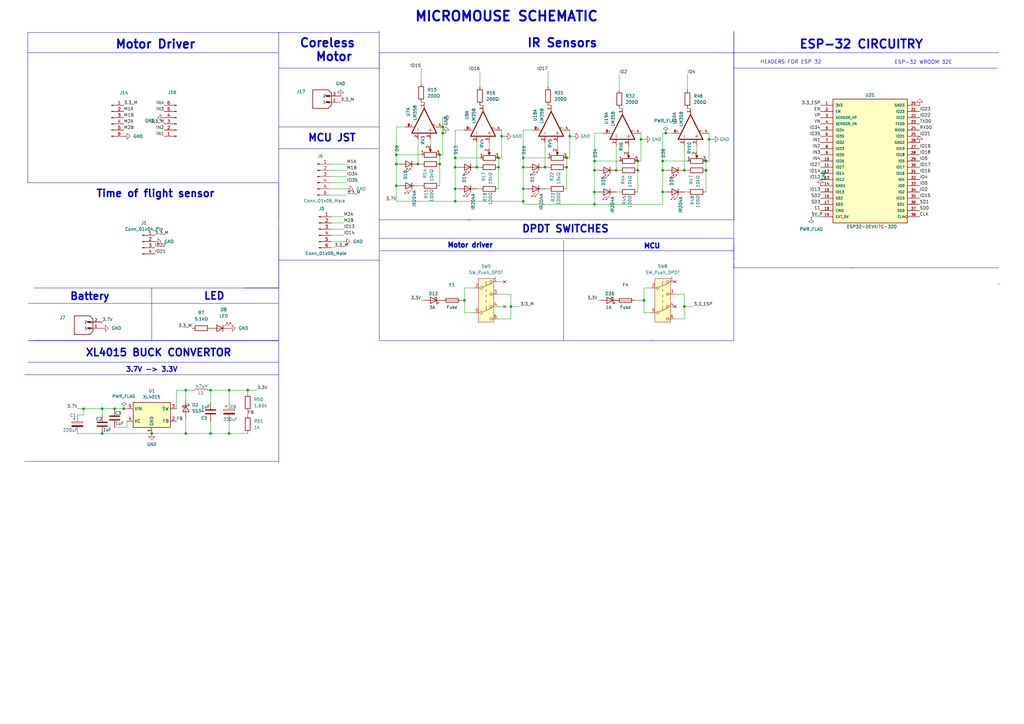
<source format=kicad_sch>
(kicad_sch (version 20231120) (generator "eeschema") (generator_version "8.0")
  (paper "A3")
  (junction (at 205.74 55.88))
  (junction (at 233.68 55.88))
  (junction (at 252.73 69.85))
  (junction (at 46.99 167.64))
  (junction (at 34.29 167.64))
  (junction (at 195.58 68.58))
  (junction (at 180.34 67.31))
  (junction (at 209.55 125.73))
  (junction (at 264.16 123.19))
  (junction (at 214.63 82.55))
  (junction (at 162.56 76.2))
  (junction (at 271.78 66.04))
  (junction (at 190.5 123.19))
  (junction (at 261.62 66.04))
  (junction (at 186.69 77.47))
  (junction (at 41.91 177.8))
  (junction (at 186.69 82.55))
  (junction (at 180.34 63.5))
  (junction (at 186.69 64.77))
  (junction (at 243.84 78.74))
  (junction (at 86.36 177.8))
  (junction (at 232.41 68.58))
  (junction (at 76.2 160.02))
  (junction (at 186.69 68.58))
  (junction (at 214.63 77.47))
  (junction (at 204.47 68.58))
  (junction (at 76.2 177.8))
  (junction (at 290.83 57.15))
  (junction (at 162.56 63.5))
  (junction (at 271.78 78.74))
  (junction (at 289.56 66.04))
  (junction (at 280.67 125.73))
  (junction (at 93.98 177.8))
  (junction (at 223.52 68.58))
  (junction (at 232.41 64.77))
  (junction (at 50.8 167.64))
  (junction (at 214.63 64.77))
  (junction (at 93.98 160.02))
  (junction (at 289.56 69.85))
  (junction (at 101.6 160.02))
  (junction (at 214.63 68.58))
  (junction (at 86.36 160.02))
  (junction (at 162.56 67.31))
  (junction (at 41.91 167.64))
  (junction (at 204.47 64.77))
  (junction (at 243.84 83.82))
  (junction (at 181.61 52.07))
  (junction (at 261.62 69.85))
  (junction (at 271.78 69.85))
  (junction (at 181.61 54.61))
  (junction (at 171.45 67.31))
  (junction (at 243.84 69.85))
  (junction (at 273.05 54.61))
  (junction (at 262.89 57.15))
  (junction (at 62.23 177.8))
  (junction (at 243.84 66.04))
  (junction (at 280.67 69.85))
  (no_connect (at 207.01 125.73))
  (no_connect (at 207.01 115.57))
  (no_connect (at 276.86 115.57))
  (no_connect (at 276.86 125.73))
  (polyline (pts (xy 155.575 90.17) (xy 300.99 90.17)))
  (wire (pts (xy 186.69 53.34) (xy 190.5 53.34)))
  (wire (pts (xy 135.2804 72.39) (xy 142.24 72.39)))
  (wire (pts (xy 234.95 55.88) (xy 233.68 55.88)))
  (polyline (pts (xy 300.99 139.7) (xy 267.335 139.7)))
  (wire (pts (xy 196.85 68.58) (xy 195.58 68.58)))
  (wire (pts (xy 260.35 123.19) (xy 264.16 123.19)))
  (wire (pts (xy 101.6 160.02) (xy 105.41 160.02)))
  (wire (pts (xy 162.56 63.5) (xy 172.72 63.5)))
  (wire (pts (xy 31.75 177.8) (xy 41.91 177.8)))
  (wire (pts (xy 171.45 76.2) (xy 172.72 76.2)))
  (wire (pts (xy 243.84 69.85) (xy 243.84 78.74)))
  (polyline (pts (xy 114.3 92.71) (xy 114.3 189.865)))
  (polyline (pts (xy 11.43 21.59) (xy 114.3 21.59)))
  (wire (pts (xy 261.62 78.74) (xy 261.62 69.85)))
  (wire (pts (xy 233.68 64.77) (xy 233.68 55.88)))
  (polyline (pts (xy 300.99 99.06) (xy 300.99 106.68)))
  (wire (pts (xy 276.86 120.65) (xy 280.67 120.65)))
  (wire (pts (xy 273.05 54.61) (xy 275.59 54.61)))
  (wire (pts (xy 243.84 83.82) (xy 214.63 83.82)))
  (wire (pts (xy 135.2804 74.93) (xy 142.24 74.93)))
  (polyline (pts (xy 155.575 102.87) (xy 300.99 102.87)))
  (wire (pts (xy 214.63 68.58) (xy 214.63 77.47)))
  (wire (pts (xy 209.55 130.81) (xy 204.47 130.81)))
  (wire (pts (xy 280.67 130.81) (xy 276.86 130.81)))
  (wire (pts (xy 271.78 66.04) (xy 271.78 69.85)))
  (wire (pts (xy 86.36 172.72) (xy 86.36 177.8)))
  (wire (pts (xy 264.16 128.27) (xy 266.7 128.27)))
  (polyline (pts (xy 300.99 21.59) (xy 409.575 21.59)))
  (wire (pts (xy 261.62 69.85) (xy 261.62 66.04)))
  (wire (pts (xy 162.56 82.55) (xy 186.69 82.55)))
  (polyline (pts (xy 155.575 97.79) (xy 300.99 97.79)))
  (wire (pts (xy 186.69 53.34) (xy 186.69 64.77)))
  (polyline (pts (xy 62.23 118.11) (xy 62.23 139.7)))
  (wire (pts (xy 186.69 64.77) (xy 186.69 68.58)))
  (polyline (pts (xy 347.345 109.855) (xy 349.885 109.855)))
  (polyline (pts (xy 300.99 107.95) (xy 300.99 129.54)))
  (wire (pts (xy 190.5 118.11) (xy 190.5 123.19)))
  (wire (pts (xy 200.66 60.96) (xy 200.66 58.42)))
  (wire (pts (xy 41.91 167.64) (xy 41.91 170.18)))
  (wire (pts (xy 228.6 60.96) (xy 228.6 58.42)))
  (wire (pts (xy 62.23 177.8) (xy 76.2 177.8)))
  (wire (pts (xy 181.61 52.07) (xy 181.61 48.26)))
  (wire (pts (xy 205.74 64.77) (xy 205.74 55.88)))
  (wire (pts (xy 34.29 167.64) (xy 41.91 167.64)))
  (wire (pts (xy 180.34 76.2) (xy 180.34 67.31)))
  (polyline (pts (xy 300.99 21.59) (xy 300.99 90.17)))
  (wire (pts (xy 181.61 63.5) (xy 181.61 54.61)))
  (wire (pts (xy 290.83 66.04) (xy 290.83 57.15)))
  (wire (pts (xy 162.56 76.2) (xy 163.83 76.2)))
  (wire (pts (xy 135.89 91.44) (xy 140.97 91.44)))
  (wire (pts (xy 135.89 93.98) (xy 140.97 93.98)))
  (polyline (pts (xy 13.97 74.93) (xy 114.3 74.93)))
  (wire (pts (xy 72.39 167.64) (xy 72.39 160.02)))
  (wire (pts (xy 223.52 77.47) (xy 224.79 77.47)))
  (wire (pts (xy 280.67 120.65) (xy 280.67 125.73)))
  (wire (pts (xy 190.5 118.11) (xy 194.31 118.11)))
  (wire (pts (xy 195.58 77.47) (xy 196.85 77.47)))
  (wire (pts (xy 280.67 78.74) (xy 281.94 78.74)))
  (polyline (pts (xy 155.575 21.59) (xy 155.575 90.17)))
  (wire (pts (xy 46.99 167.64) (xy 50.8 167.64)))
  (wire (pts (xy 204.47 125.73) (xy 207.01 125.73)))
  (polyline (pts (xy 300.99 13.335) (xy 300.99 109.855)))
  (wire (pts (xy 209.55 120.65) (xy 209.55 125.73)))
  (wire (pts (xy 243.84 69.85) (xy 245.11 69.85)))
  (wire (pts (xy 233.68 64.77) (xy 232.41 64.77)))
  (wire (pts (xy 190.5 128.27) (xy 194.31 128.27)))
  (wire (pts (xy 232.41 77.47) (xy 232.41 68.58)))
  (wire (pts (xy 186.69 82.55) (xy 214.63 82.55)))
  (wire (pts (xy 196.85 29.21) (xy 196.85 35.56)))
  (wire (pts (xy 101.6 168.91) (xy 101.6 170.18)))
  (wire (pts (xy 72.39 160.02) (xy 76.2 160.02)))
  (wire (pts (xy 243.84 66.04) (xy 243.84 69.85)))
  (wire (pts (xy 224.79 68.58) (xy 223.52 68.58)))
  (polyline (pts (xy 114.3 21.59) (xy 114.3 13.335)))
  (wire (pts (xy 243.84 54.61) (xy 243.84 66.04)))
  (wire (pts (xy 214.63 64.77) (xy 214.63 68.58)))
  (wire (pts (xy 186.69 68.58) (xy 187.96 68.58)))
  (wire (pts (xy 262.89 57.15) (xy 262.89 54.61)))
  (wire (pts (xy 171.45 67.31) (xy 171.45 57.15)))
  (polyline (pts (xy 114.3 52.07) (xy 155.575 52.07)))
  (polyline (pts (xy 11.43 13.335) (xy 11.43 21.59)))
  (wire (pts (xy 172.72 123.19) (xy 173.99 123.19)))
  (wire (pts (xy 86.36 160.02) (xy 86.36 165.1)))
  (wire (pts (xy 186.69 82.55) (xy 186.69 77.47)))
  (wire (pts (xy 233.68 55.88) (xy 233.68 53.34)))
  (wire (pts (xy 41.91 177.8) (xy 62.23 177.8)))
  (wire (pts (xy 207.01 55.88) (xy 205.74 55.88)))
  (wire (pts (xy 257.81 62.23) (xy 257.81 59.69)))
  (wire (pts (xy 135.2804 67.31) (xy 142.24 67.31)))
  (wire (pts (xy 252.73 69.85) (xy 252.73 59.69)))
  (wire (pts (xy 254 30.48) (xy 254 36.83)))
  (wire (pts (xy 280.67 69.85) (xy 280.67 59.69)))
  (wire (pts (xy 243.84 83.82) (xy 243.84 78.74)))
  (wire (pts (xy 243.84 83.82) (xy 271.78 83.82)))
  (polyline (pts (xy 11.43 139.7) (xy 114.3 139.7)))
  (polyline (pts (xy 300.99 27.94) (xy 408.94 27.94)))
  (wire (pts (xy 135.2804 69.85) (xy 142.24 69.85)))
  (wire (pts (xy 162.56 52.07) (xy 162.56 63.5)))
  (wire (pts (xy 180.34 67.31) (xy 180.34 63.5)))
  (wire (pts (xy 271.78 69.85) (xy 273.05 69.85)))
  (wire (pts (xy 283.21 44.45) (xy 281.94 44.45)))
  (wire (pts (xy 290.83 66.04) (xy 289.56 66.04)))
  (wire (pts (xy 41.91 167.64) (xy 46.99 167.64)))
  (wire (pts (xy 262.89 66.04) (xy 262.89 57.15)))
  (wire (pts (xy 101.6 161.29) (xy 101.6 160.02)))
  (wire (pts (xy 264.16 118.11) (xy 264.16 123.19)))
  (wire (pts (xy 182.88 54.61) (xy 181.61 54.61)))
  (polyline (pts (xy 300.99 129.54) (xy 300.99 139.7)))
  (wire (pts (xy 186.69 64.77) (xy 196.85 64.77)))
  (wire (pts (xy 214.63 77.47) (xy 215.9 77.47)))
  (wire (pts (xy 162.56 63.5) (xy 162.56 67.31)))
  (wire (pts (xy 254 69.85) (xy 252.73 69.85)))
  (polyline (pts (xy 11.43 139.7) (xy 114.3 139.7)))
  (polyline (pts (xy 114.3 60.96) (xy 154.94 60.96)))
  (wire (pts (xy 332.74 88.9) (xy 336.55 88.9)))
  (wire (pts (xy 209.55 125.73) (xy 213.36 125.73)))
  (wire (pts (xy 226.06 43.18) (xy 224.79 43.18)))
  (wire (pts (xy 255.27 44.45) (xy 254 44.45)))
  (polyline (pts (xy 349.25 109.855) (xy 409.575 109.855)))
  (wire (pts (xy 243.84 78.74) (xy 245.11 78.74)))
  (wire (pts (xy 285.75 62.23) (xy 285.75 59.69)))
  (wire (pts (xy 209.55 125.73) (xy 209.55 130.81)))
  (wire (pts (xy 246.38 123.19) (xy 245.11 123.19)))
  (polyline (pts (xy 155.575 12.7) (xy 155.575 21.59)))
  (wire (pts (xy 93.98 177.8) (xy 101.6 177.8)))
  (wire (pts (xy 34.29 170.18) (xy 34.29 167.64)))
  (polyline (pts (xy 114.3 118.11) (xy 100.33 118.11)))
  (wire (pts (xy 162.56 52.07) (xy 166.37 52.07)))
  (wire (pts (xy 172.72 67.31) (xy 171.45 67.31)))
  (wire (pts (xy 204.47 68.58) (xy 204.47 64.77)))
  (wire (pts (xy 204.47 77.47) (xy 204.47 68.58)))
  (wire (pts (xy 281.94 30.48) (xy 281.94 36.83)))
  (wire (pts (xy 135.2804 80.01) (xy 142.24 80.01)))
  (polyline (pts (xy 409.575 116.84) (xy 409.575 116.205)))
  (wire (pts (xy 172.72 27.94) (xy 172.72 34.29)))
  (polyline (pts (xy 11.43 148.59) (xy 114.3 148.59)))
  (wire (pts (xy 135.89 99.06) (xy 140.97 99.06)))
  (polyline (pts (xy 300.99 21.59) (xy 155.575 21.59)))
  (wire (pts (xy 52.07 175.26) (xy 46.99 175.26)))
  (polyline (pts (xy 114.3 27.94) (xy 155.575 27.94)))
  (polyline (pts (xy 155.575 139.7) (xy 158.75 139.7)))
  (wire (pts (xy 271.78 66.04) (xy 281.94 66.04)))
  (polyline (pts (xy 114.3 74.93) (xy 114.3 90.17)))
  (wire (pts (xy 195.58 68.58) (xy 195.58 58.42)))
  (wire (pts (xy 280.67 125.73) (xy 284.48 125.73)))
  (wire (pts (xy 262.89 66.04) (xy 261.62 66.04)))
  (wire (pts (xy 223.52 68.58) (xy 223.52 58.42)))
  (polyline (pts (xy 64.77 139.7) (xy 114.3 139.7)))
  (wire (pts (xy 243.84 66.04) (xy 254 66.04)))
  (polyline (pts (xy 155.575 90.17) (xy 155.575 139.7)))
  (wire (pts (xy 264.16 123.19) (xy 264.16 128.27)))
  (wire (pts (xy 198.12 43.18) (xy 196.85 43.18)))
  (wire (pts (xy 186.69 68.58) (xy 186.69 77.47)))
  (wire (pts (xy 52.07 172.72) (xy 52.07 175.26)))
  (polyline (pts (xy 114.3 74.93) (xy 114.3 118.11)))
  (wire (pts (xy 189.23 123.19) (xy 190.5 123.19)))
  (wire (pts (xy 264.16 57.15) (xy 262.89 57.15)))
  (wire (pts (xy 289.56 78.74) (xy 289.56 69.85)))
  (polyline (pts (xy 114.3 13.335) (xy 11.43 13.335)))
  (polyline (pts (xy 191.77 90.17) (xy 193.04 90.17)))
  (wire (pts (xy 93.98 172.72) (xy 93.98 177.8)))
  (wire (pts (xy 292.1 57.15) (xy 290.83 57.15)))
  (wire (pts (xy 232.41 68.58) (xy 232.41 64.77)))
  (wire (pts (xy 281.94 69.85) (xy 280.67 69.85)))
  (wire (pts (xy 243.84 54.61) (xy 247.65 54.61)))
  (wire (pts (xy 31.75 167.64) (xy 34.29 167.64)))
  (wire (pts (xy 162.56 67.31) (xy 162.56 76.2)))
  (wire (pts (xy 214.63 64.77) (xy 224.79 64.77)))
  (wire (pts (xy 101.6 160.02) (xy 93.98 160.02)))
  (wire (pts (xy 173.99 41.91) (xy 172.72 41.91)))
  (polyline (pts (xy 10.16 153.67) (xy 114.3 153.67)))
  (wire (pts (xy 214.63 53.34) (xy 218.44 53.34)))
  (wire (pts (xy 186.69 77.47) (xy 187.96 77.47)))
  (wire (pts (xy 214.63 82.55) (xy 214.63 77.47)))
  (polyline (pts (xy 155.575 21.59) (xy 155.575 28.575)))
  (polyline (pts (xy 300.99 109.855) (xy 347.345 109.855)))
  (wire (pts (xy 271.78 54.61) (xy 273.05 54.61)))
  (wire (pts (xy 135.89 88.9) (xy 140.97 88.9)))
  (polyline (pts (xy 11.43 21.59) (xy 11.43 74.93)))
  (wire (pts (xy 50.8 167.64) (xy 52.07 167.64)))
  (polyline (pts (xy 300.99 12.7) (xy 300.99 21.59)))
  (wire (pts (xy 181.61 54.61) (xy 181.61 52.07)))
  (wire (pts (xy 271.78 69.85) (xy 271.78 78.74)))
  (wire (pts (xy 266.7 118.11) (xy 264.16 118.11)))
  (polyline (pts (xy 11.43 74.93) (xy 13.97 74.93)))
  (wire (pts (xy 289.56 69.85) (xy 289.56 66.04)))
  (wire (pts (xy 76.2 160.02) (xy 76.2 163.83)))
  (wire (pts (xy 252.73 78.74) (xy 254 78.74)))
  (wire (pts (xy 271.78 83.82) (xy 271.78 78.74)))
  (wire (pts (xy 76.2 171.45) (xy 76.2 177.8)))
  (wire (pts (xy 205.74 55.88) (xy 205.74 53.34)))
  (wire (pts (xy 162.56 76.2) (xy 162.56 82.55)))
  (wire (pts (xy 190.5 123.19) (xy 190.5 128.27)))
  (wire (pts (xy 93.98 160.02) (xy 86.36 160.02)))
  (wire (pts (xy 290.83 57.15) (xy 290.83 54.61)))
  (wire (pts (xy 162.56 67.31) (xy 163.83 67.31)))
  (wire (pts (xy 214.63 68.58) (xy 215.9 68.58)))
  (wire (pts (xy 204.47 115.57) (xy 207.01 115.57)))
  (wire (pts (xy 93.98 165.1) (xy 93.98 160.02)))
  (polyline (pts (xy 114.3 13.335) (xy 155.575 13.335)))
  (wire (pts (xy 135.2804 77.47) (xy 142.24 77.47)))
  (wire (pts (xy 176.53 59.69) (xy 176.53 57.15)))
  (wire (pts (xy 280.67 125.73) (xy 280.67 130.81)))
  (wire (pts (xy 224.79 29.21) (xy 224.79 35.56)))
  (wire (pts (xy 254 123.19) (xy 252.73 123.19)))
  (wire (pts (xy 135.89 101.6) (xy 137.16 101.6)))
  (polyline (pts (xy 114.3 21.59) (xy 114.3 74.93)))
  (polyline (pts (xy 13.97 139.7) (xy 64.77 139.7)))
  (wire (pts (xy 181.61 63.5) (xy 180.34 63.5)))
  (polyline (pts (xy 267.97 139.7) (xy 158.75 139.7)))
  (wire (pts (xy 76.2 160.02) (xy 78.74 160.02)))
  (polyline (pts (xy 11.43 124.46) (xy 114.3 124.46)))
  (wire (pts (xy 214.63 53.34) (xy 214.63 64.77)))
  (polyline (pts (xy 10.16 189.23) (xy 114.3 189.23)))
  (wire (pts (xy 205.74 64.77) (xy 204.47 64.77)))
  (wire (pts (xy 271.78 78.74) (xy 273.05 78.74)))
  (wire (pts (xy 31.75 170.18) (xy 34.29 170.18)))
  (polyline (pts (xy 13.97 118.11) (xy 114.3 118.11)))
  (polyline (pts (xy 231.14 98.425) (xy 231.14 139.7)))
  (wire (pts (xy 204.47 120.65) (xy 209.55 120.65)))
  (wire (pts (xy 93.98 177.8) (xy 86.36 177.8)))
  (wire (pts (xy 76.2 177.8) (xy 86.36 177.8)))
  (polyline (pts (xy 155.575 106.68) (xy 114.3 106.68)))
  (wire (pts (xy 135.89 96.52) (xy 140.97 96.52)))
  (wire (pts (xy 271.78 54.61) (xy 271.78 66.04)))
  (wire (pts (xy 214.63 83.82) (xy 214.63 82.55)))
  (text "Coreless \n Motor\n" (at 135.636 20.574 0) (effects (font (size 3.5 3.5) (thickness 0.7) (bold yes))))
  (text "MICROMOUSE SCHEMATIC\n" (at 207.772 6.858 0) (effects (font (size 4 4) (thickness 0.8) (bold yes))))
  (text "ESP-32 WROOM 32E" (at 378.714 25.654 0) (effects (font (size 1.5 1.5))))
  (text "Battery\n" (at 36.83 121.666 0) (effects (font (size 3 3) (thickness 0.6) (bold yes))))
  (text "ESP-32 CIRCUITRY " (at 354.584 18.288 0) (effects (font (size 3.5 3.5) (thickness 0.7) (bold yes))))
  (text "DPDT SWITCHES" (at 213.868 95.758 0) (effects (font (size 3 3) (thickness 0.6) (bold yes)) (justify left bottom)))
  (text "IR Sensors\n\n" (at 230.632 20.574 0) (effects (font (size 3.5 3.5) (thickness 0.7) (bold yes))))
  (text "MCU JST\n" (at 136.144 56.642 0) (effects (font (size 3 3) (thickness 0.6) (bold yes))))
  (text "3.7V -> 3.3V\n" (at 62.23 151.638 0) (effects (font (size 2 2) (thickness 0.4) (bold yes))))
  (text "HEADERS FOR ESP 32\n\n\n" (at 324.358 27.94 0) (effects (font (size 1.5 1.5))))
  (text "MCU\n\n" (at 263.906 105.41 0) (effects (font (size 2 2) (thickness 0.6) (bold yes)) (justify left bottom)))
  (text "XL4015 BUCK CONVERTOR\n" (at 65.024 144.78 0) (effects (font (size 3 3) (thickness 0.6) (bold yes))))
  (text "Motor driver \n" (at 183.388 101.854 0) (effects (font (size 2 2) (thickness 0.6) (bold yes)) (justify left bottom)))
  (text "LED\n\n" (at 87.884 123.952 0) (effects (font (size 3 3) (thickness 0.6) (bold yes))))
  (text "Time of flight sensor" (at 63.754 79.502 0) (effects (font (size 3 3) (thickness 0.6) (bold yes))))
  (text "Motor Driver" (at 63.754 18.288 0) (effects (font (size 3.5 3.5) (thickness 0.7) (bold yes))))
  (label "IO16" (at 377.19 71.12 0))
  (label "FB" (at 101.6 170.18 0))
  (label "IN3" (at 336.55 63.5 180))
  (label "IO4" (at 281.94 30.48 0))
  (label "IO15" (at 377.19 81.28 0))
  (label "IO21" (at 63.5 104.14 0))
  (label "FB" (at 72.39 172.72 0))
  (label "IO35" (at 142.24 74.93 0))
  (label "M1B" (at 142.24 69.85 0))
  (label "3.3_M" (at 78.74 134.62 180))
  (label "CLK" (at 377.19 88.9 0))
  (label "VP" (at 336.55 48.26 180))
  (label "M2A" (at 50.8 50.8 0))
  (label "3.7V" (at 41.91 132.08 0))
  (label "M1A" (at 50.8 45.72 0))
  (label "IO23" (at 377.19 45.72 0))
  (label "3.3_M" (at 213.36 125.73 0))
  (label "IN1" (at 336.55 58.42 180))
  (label "IO14" (at 140.97 96.52 0))
  (label "IN4" (at 67.31 43.18 180))
  (label "IO4" (at 377.19 73.66 0))
  (label "IN1" (at 67.31 55.88 180))
  (label "M1A" (at 142.24 67.31 0))
  (label "M2B" (at 140.97 91.44 0))
  (label "3.3V" (at 172.72 123.19 180))
  (label "TXD0" (at 377.19 50.8 0))
  (label "VN" (at 336.55 50.8 180))
  (label "IO13" (at 140.97 93.98 0))
  (label "SD2" (at 336.55 81.28 180))
  (label "IO2" (at 254 30.48 0))
  (label "IO35" (at 336.55 55.88 180))
  (label "SD1" (at 377.19 83.82 0))
  (label "IO5" (at 377.19 66.04 0))
  (label "M1B" (at 50.8 48.26 0))
  (label "IN2" (at 336.55 60.96 180))
  (label "3.7V" (at 162.56 82.55 180))
  (label "3.3_M" (at 63.5 96.52 0))
  (label "3.3_ESP" (at 336.55 43.18 180))
  (label "3.3V" (at 245.11 123.19 180))
  (label "M2A" (at 140.97 88.9 0))
  (label "IN2" (at 67.31 53.34 180))
  (label "IO16" (at 196.85 29.21 180))
  (label "3.3_ESP" (at 284.48 125.73 0))
  (label "3.3_M" (at 50.8 43.18 0))
  (label "3.3V" (at 105.41 160.02 0))
  (label "5V_P" (at 332.74 88.9 0))
  (label "SD0" (at 377.19 86.36 0))
  (label "IN3" (at 67.31 45.72 180))
  (label "IO13" (at 336.55 78.74 180))
  (label "IO21" (at 377.19 55.88 0))
  (label "IO17" (at 224.79 29.21 180))
  (label "RXD0" (at 377.19 53.34 0))
  (label "11" (at 336.55 86.36 180))
  (label "M2B" (at 50.8 53.34 0))
  (label "IO34" (at 336.55 53.34 180))
  (label "IO0" (at 377.19 76.2 0))
  (label "EN" (at 336.55 45.72 180))
  (label "3.3_M" (at 67.31 50.8 180))
  (label "3.3_M" (at 137.16 101.6 0))
  (label "IO2" (at 377.19 78.74 0))
  (label "IO22" (at 63.5 101.6 0))
  (label "IO12" (at 336.55 73.66 180))
  (label "3.3_M" (at 142.24 80.01 0))
  (label "IO27" (at 336.55 68.58 180))
  (label "IO17" (at 377.19 68.58 0))
  (label "3.7V" (at 31.75 167.64 180))
  (label "IO22" (at 377.19 48.26 0))
  (label "IO34" (at 142.24 72.39 0))
  (label "IO18" (at 377.19 63.5 0))
  (label "IO19" (at 377.19 60.96 0))
  (label "IO14" (at 336.55 71.12 180))
  (label "3.3_M" (at 139.7 41.91 0))
  (label "IN4" (at 336.55 66.04 180))
  (label "IO15" (at 172.72 27.94 180))
  (label "SD3" (at 336.55 83.82 180))
  (symbol (lib_id "Diode:1N5822") (at 177.8 123.19 180) (unit 1)
    (property "Reference" "D12" (at 177.7492 120.4468 0))
    (property "Value" "3A" (at 177.2412 126.0856 0))
    (property "Footprint" "Diode_SMD:D_SMB" (effects (hide yes)))
    (property "Datasheet" "http://www.vishay.com/docs/88526/1n5820.pdf" (effects (hide yes)))
  )
  (symbol (lib_id "Connector:Conn_01x06_Pin") (at 72.39 50.8 180) (unit 1)
    (property "Reference" "J16" (at 68.834 37.846 0) (effects (justify right)))
    (property "Value" "Conn_01x06_Pin" (effects (hide yes)))
    (property "Footprint" "Connector_PinHeader_2.54mm:PinHeader_1x06_P2.54mm_Vertical" (effects (hide yes)))
    (property "Description" "Generic connector, single row, 01x06, script generated" (effects (hide yes)))
  )
  (symbol (lib_id "Device:R") (at 254 40.64 180) (unit 1)
    (property "Reference" "R32" (at 256.54 39.3699 0) (effects (justify right)))
    (property "Value" "200Ω" (at 256.54 41.9099 0) (effects (justify right)))
    (property "Footprint" "Resistor_SMD:R_0603_1608Metric" (effects (hide yes)))
    (property "Description" "Resistor" (effects (hide yes)))
  )
  (symbol (lib_id "Device:L") (at 82.55 160.02 90) (unit 1)
    (property "Reference" "L1" (at 82.4484 161.1376 90))
    (property "Value" "47uH" (at 82.7024 158.3436 90))
    (property "Footprint" "Inductor_SMD:L_10.4x10.4_H4.8" (effects (hide yes)))
  )
  (symbol (lib_id "Device:R") (at 196.85 39.37 180) (unit 1)
    (property "Reference" "R16" (at 199.39 38.0999 0) (effects (justify right)))
    (property "Value" "200Ω" (at 199.39 40.6399 0) (effects (justify right)))
    (property "Footprint" "Resistor_SMD:R_0603_1608Metric" (effects (hide yes)))
    (property "Description" "Resistor" (effects (hide yes)))
  )
  (symbol (lib_id "Device:R") (at 176.53 67.31 270) (unit 1)
    (property "Reference" "R14" (at 174.244 73.152 0) (effects (justify right)))
    (property "Value" "10kΩ" (at 177.038 74.422 0) (effects (justify right)))
    (property "Footprint" "Resistor_SMD:R_0603_1608Metric" (effects (hide yes)))
    (property "Description" "Resistor" (effects (hide yes)))
  )
  (symbol (lib_id "power:GND") (at 63.5 99.06 90) (unit 1)
    (property "Reference" "#PWR03" (effects (hide yes)))
    (property "Value" "GND" (at 67.31 99.0599 90) (effects (justify right)))
    (property "Description" "Power symbol creates a global label with name \"GND\" , ground" (effects (hide yes)))
  )
  (symbol (lib_id "LED:IR204A") (at 247.65 78.74 180) (unit 1)
    (property "Reference" "D35" (at 247.5229 76.2 90) (effects (justify right)))
    (property "Value" "IR204A" (at 251.206 87.376 90) (effects (justify right)))
    (property "Footprint" "LED_THT:LED_D3.0mm_IRBlack" (effects (hide yes)))
    (property "Datasheet" "http://www.everlight.com/file/ProductFile/IR204-A.pdf" (effects (hide yes)))
    (property "Description" "Infrared LED , 3mm LED package" (effects (hide yes)))
  )
  (symbol (lib_id "Switch:SW_Push_DPDT") (at 199.39 123.19 0) (unit 1)
    (property "Reference" "SW5" (at 199.39 109.22 0))
    (property "Value" "SW_Push_DPDT" (at 199.39 111.76 0))
    (property "Footprint" "1-1571563-4:SW_TL2230OAF140" (effects (hide yes)))
    (property "Description" "Momentary Switch, dual pole double throw" (effects (hide yes)))
  )
  (symbol (lib_id "power:GND") (at 67.31 48.26 270) (unit 1)
    (property "Reference" "#PWR030" (effects (hide yes)))
    (property "Value" "GND" (at 63.5 49.5299 90) (effects (justify right)))
    (property "Description" "Power symbol creates a global label with name \"GND\" , ground" (effects (hide yes)))
  )
  (symbol (lib_id "Device:Fuse") (at 256.54 123.19 90) (unit 1)
    (property "Reference" "F4" (at 256.54 116.84 90))
    (property "Value" "Fuse" (at 256.54 125.984 90))
    (property "Footprint" "1-1571563-4:RUEF160" (effects (hide yes)))
    (property "Description" "Fuse" (effects (hide yes)))
  )
  (symbol (lib_id "power:PWR_FLAG") (at 332.74 88.9 180) (unit 1)
    (property "Reference" "#FLG04" (effects (hide yes)))
    (property "Value" "PWR_FLAG" (at 332.74 93.98 0))
    (property "Description" "Special symbol for telling ERC where power comes from" (effects (hide yes)))
  )
  (symbol (lib_id "Device:R_Potentiometer") (at 285.75 66.04 90) (unit 1)
    (property "Reference" "RV10" (at 282.702 58.166 0) (effects (justify right)))
    (property "Value" "R_Potentiometer" (effects (hide yes)))
    (property "Footprint" "abc:TRIM_3362P-1-253LF123" (effects (hide yes)))
    (property "Description" "Potentiometer" (effects (hide yes)))
  )
  (symbol (lib_id "LED:IR204A") (at 166.37 76.2 180) (unit 1)
    (property "Reference" "D10" (at 166.2429 73.66 90) (effects (justify right)))
    (property "Value" "IR204A" (at 169.926 84.836 90) (effects (justify right)))
    (property "Footprint" "LED_THT:LED_D3.0mm_IRBlack" (effects (hide yes)))
    (property "Datasheet" "http://www.everlight.com/file/ProductFile/IR204-A.pdf" (effects (hide yes)))
    (property "Description" "Infrared LED , 3mm LED package" (effects (hide yes)))
  )
  (symbol (lib_id "Device:R") (at 285.75 78.74 90) (unit 1)
    (property "Reference" "R48" (at 283.972 84.074 0) (effects (justify left)))
    (property "Value" "100Ω" (at 286.258 85.344 0) (effects (justify left)))
    (property "Footprint" "Resistor_SMD:R_0603_1608Metric" (effects (hide yes)))
    (property "Description" "Resistor" (effects (hide yes)))
  )
  (symbol (lib_id "power:GND") (at 292.1 57.15 90) (unit 1)
    (property "Reference" "#PWR057" (effects (hide yes)))
    (property "Value" "GND" (at 295.148 57.15 90) (effects (justify right)))
    (property "Description" "Power symbol creates a global label with name \"GND\" , ground" (effects (hide yes)))
  )
  (symbol (lib_id "Device:Fuse") (at 185.42 123.19 90) (unit 1)
    (property "Reference" "F1" (at 185.42 116.84 90))
    (property "Value" "Fuse" (at 185.42 125.984 90))
    (property "Footprint" "1-1571563-4:RUEF160" (effects (hide yes)))
    (property "Description" "Fuse" (effects (hide yes)))
  )
  (symbol (lib_id "LM358:LM358") (at 283.21 52.07 90) (unit 1)
    (property "Reference" "U20" (at 276.606 48.514 0))
    (property "Value" "LM358" (at 279.4 48.768 0))
    (property "Footprint" "LM358:SOIC8_150MIL" (effects (hide yes)))
    (property "MF" "Texas Instruments" (effects (hide yes)))
    (property "Description_1" "\nOp Amp Dual Low Power Amplifier ±16V/32V 8-Pin TO-99 Tube\n" (effects (hide yes)))
    (property "Package" "None" (effects (hide yes)))
    (property "Price" "None" (effects (hide yes)))
    (property "SnapEDA_Link" "https://www.snapeda.com/parts/LM358/Texas+Instruments/view-part/?ref=snap" (effects (hide yes)))
    (property "MP" "LM358" (effects (hide yes)))
    (property "Availability" "Not in stock" (effects (hide yes)))
    (property "Check_prices" "https://www.snapeda.com/parts/LM358/Texas+Instruments/view-part/?ref=eda" (effects (hide yes)))
  )
  (symbol (lib_id "power:GND") (at 142.24 77.47 90) (unit 1)
    (property "Reference" "#PWR02" (effects (hide yes)))
    (property "Value" "GND" (at 146.05 77.4699 90) (effects (justify right)))
    (property "Description" "Power symbol creates a global label with name \"GND\" , ground" (effects (hide yes)))
  )
  (symbol (lib_id "Device:C") (at 41.91 173.99 0) (unit 1)
    (property "Reference" "C2" (at 39.2684 171.8564 0) (effects (justify left)))
    (property "Value" "1uF" (at 42.1132 176.2252 0) (effects (justify left)))
    (property "Footprint" "Capacitor_SMD:C_0603_1608Metric" (effects (hide yes)))
  )
  (symbol (lib_id "Device:R_Potentiometer") (at 176.53 63.5 90) (unit 1)
    (property "Reference" "RV3" (at 173.482 55.626 0) (effects (justify right)))
    (property "Value" "R_Potentiometer" (effects (hide yes)))
    (property "Footprint" "abc:TRIM_3362P-1-253LF123" (effects (hide yes)))
    (property "Description" "Potentiometer" (effects (hide yes)))
  )
  (symbol (lib_id "Device:C_Polarized") (at 93.98 168.91 0) (unit 1)
    (property "Reference" "C6" (at 94.3356 166.8272 0) (effects (justify left)))
    (property "Value" "330uF" (at 91.44 171.958 0) (effects (justify left)))
    (property "Footprint" "Capacitor_SMD:CP_Elec_8x10.5" (effects (hide yes)))
  )
  (symbol (lib_id "power:GND") (at 377.19 58.42 180) (unit 1)
    (property "Reference" "#PWR061" (effects (hide yes)))
    (property "Value" "GND" (effects (hide yes)))
    (property "Description" "Power symbol creates a global label with name \"GND\" , ground" (effects (hide yes)))
  )
  (symbol (lib_id "Device:C_Polarized") (at 31.75 173.99 0) (unit 1)
    (property "Reference" "C1" (at 28.6004 170.3832 0) (effects (justify left)))
    (property "Value" "220uF" (at 25.8064 176.4284 0) (effects (justify left)))
    (property "Footprint" "Capacitor_SMD:CP_Elec_6.3x7.7" (effects (hide yes)))
  )
  (symbol (lib_id "LM358:LM358") (at 255.27 52.07 90) (unit 1)
    (property "Reference" "U19" (at 248.666 48.514 0))
    (property "Value" "LM358" (at 251.46 48.768 0))
    (property "Footprint" "LM358:SOIC8_150MIL" (effects (hide yes)))
    (property "MF" "Texas Instruments" (effects (hide yes)))
    (property "Description_1" "\nOp Amp Dual Low Power Amplifier ±16V/32V 8-Pin TO-99 Tube\n" (effects (hide yes)))
    (property "Package" "None" (effects (hide yes)))
    (property "Price" "None" (effects (hide yes)))
    (property "SnapEDA_Link" "https://www.snapeda.com/parts/LM358/Texas+Instruments/view-part/?ref=snap" (effects (hide yes)))
    (property "MP" "LM358" (effects (hide yes)))
    (property "Availability" "Not in stock" (effects (hide yes)))
    (property "Check_prices" "https://www.snapeda.com/parts/LM358/Texas+Instruments/view-part/?ref=eda" (effects (hide yes)))
  )
  (symbol (lib_id "Device:R") (at 200.66 68.58 270) (unit 1)
    (property "Reference" "R17" (at 198.374 74.422 0) (effects (justify right)))
    (property "Value" "10kΩ" (at 201.168 75.692 0) (effects (justify right)))
    (property "Footprint" "Resistor_SMD:R_0603_1608Metric" (effects (hide yes)))
    (property "Description" "Resistor" (effects (hide yes)))
  )
  (symbol (lib_id "Device:D_Photo") (at 166.37 67.31 180) (unit 1)
    (property "Reference" "D9" (at 162.814 62.23 90) (effects (justify right)))
    (property "Value" "D_Photo" (effects (hide yes)))
    (property "Footprint" "1-1571563-4:LED2-2.54-D5.0MM" (effects (hide yes)))
    (property "Description" "Photodiode" (effects (hide yes)))
  )
  (symbol (lib_id "Switch:SW_Push_DPDT") (at 271.78 123.19 0) (unit 1)
    (property "Reference" "SW8" (at 271.78 109.22 0))
    (property "Value" "SW_Push_DPDT" (at 271.78 111.76 0))
    (property "Footprint" "1-1571563-4:SW_TL2230OAF140" (effects (hide yes)))
    (property "Description" "Momentary Switch, dual pole double throw" (effects (hide yes)))
  )
  (symbol (lib_id "Device:R") (at 285.75 69.85 270) (unit 1)
    (property "Reference" "R47" (at 283.464 75.692 0) (effects (justify right)))
    (property "Value" "10kΩ" (at 286.258 76.962 0) (effects (justify right)))
    (property "Footprint" "Resistor_SMD:R_0603_1608Metric" (effects (hide yes)))
    (property "Description" "Resistor" (effects (hide yes)))
  )
  (symbol (lib_id "Device:R") (at 224.79 39.37 180) (unit 1)
    (property "Reference" "R21" (at 227.33 38.0999 0) (effects (justify right)))
    (property "Value" "200Ω" (at 227.33 40.6399 0) (effects (justify right)))
    (property "Footprint" "Resistor_SMD:R_0603_1608Metric" (effects (hide yes)))
    (property "Description" "Resistor" (effects (hide yes)))
  )
  (symbol (lib_id "power:GND") (at 140.97 99.06 90) (unit 1)
    (property "Reference" "#PWR04" (effects (hide yes)))
    (property "Value" "GND" (at 144.78 99.0599 90) (effects (justify right)))
    (property "Description" "Power symbol creates a global label with name \"GND\" , ground" (effects (hide yes)))
  )
  (symbol (lib_id "Device:R") (at 228.6 77.47 90) (unit 1)
    (property "Reference" "R23" (at 226.822 82.804 0) (effects (justify left)))
    (property "Value" "100Ω" (at 229.108 84.074 0) (effects (justify left)))
    (property "Footprint" "Resistor_SMD:R_0603_1608Metric" (effects (hide yes)))
    (property "Description" "Resistor" (effects (hide yes)))
  )
  (symbol (lib_id "Device:D_Photo") (at 247.65 69.85 180) (unit 1)
    (property "Reference" "D34" (at 244.094 64.77 90) (effects (justify right)))
    (property "Value" "D_Photo" (effects (hide yes)))
    (property "Footprint" "1-1571563-4:LED2-2.54-D5.0MM" (effects (hide yes)))
    (property "Description" "Photodiode" (effects (hide yes)))
  )
  (symbol (lib_id "LM358:LM358") (at 173.99 49.53 90) (unit 1)
    (property "Reference" "U7" (at 167.386 45.974 0))
    (property "Value" "LM358" (at 170.18 46.228 0))
    (property "Footprint" "LM358:SOIC8_150MIL" (effects (hide yes)))
    (property "MF" "Texas Instruments" (effects (hide yes)))
    (property "Description_1" "\nOp Amp Dual Low Power Amplifier ±16V/32V 8-Pin TO-99 Tube\n" (effects (hide yes)))
    (property "Package" "None" (effects (hide yes)))
    (property "Price" "None" (effects (hide yes)))
    (property "SnapEDA_Link" "https://www.snapeda.com/parts/LM358/Texas+Instruments/view-part/?ref=snap" (effects (hide yes)))
    (property "MP" "LM358" (effects (hide yes)))
    (property "Availability" "Not in stock" (effects (hide yes)))
    (property "Check_prices" "https://www.snapeda.com/parts/LM358/Texas+Instruments/view-part/?ref=eda" (effects (hide yes)))
  )
  (symbol (lib_id "Connector:Conn_01x06_Male") (at 130.2004 72.39 0) (unit 1)
    (property "Reference" "J6" (at 131.318 63.9826 0))
    (property "Value" "Conn_01x06_Male" (at 133.096 82.3468 0))
    (property "Footprint" "Connector_PinHeader_2.54mm:PinHeader_1x06_P2.54mm_Vertical" (effects (hide yes)))
  )
  (symbol (lib_id "Device:R_Potentiometer") (at 200.66 64.77 90) (unit 1)
    (property "Reference" "RV4" (at 197.612 56.896 0) (effects (justify right)))
    (property "Value" "R_Potentiometer" (effects (hide yes)))
    (property "Footprint" "abc:TRIM_3362P-1-253LF123" (effects (hide yes)))
    (property "Description" "Potentiometer" (effects (hide yes)))
  )
  (symbol (lib_id "power:GND") (at 336.55 76.2 180) (unit 1)
    (property "Reference" "#PWR058" (effects (hide yes)))
    (property "Value" "GND" (at 337.82 73.914 90) (effects (justify right)))
    (property "Description" "Power symbol creates a global label with name \"GND\" , ground" (effects (hide yes)))
  )
  (symbol (lib_id "LM358:LM358") (at 198.12 50.8 90) (unit 1)
    (property "Reference" "U8" (at 191.516 47.244 0))
    (property "Value" "LM358" (at 194.31 47.498 0))
    (property "Footprint" "LM358:SOIC8_150MIL" (effects (hide yes)))
    (property "MF" "Texas Instruments" (effects (hide yes)))
    (property "Description_1" "\nOp Amp Dual Low Power Amplifier ±16V/32V 8-Pin TO-99 Tube\n" (effects (hide yes)))
    (property "Package" "None" (effects (hide yes)))
    (property "Price" "None" (effects (hide yes)))
    (property "SnapEDA_Link" "https://www.snapeda.com/parts/LM358/Texas+Instruments/view-part/?ref=snap" (effects (hide yes)))
    (property "MP" "LM358" (effects (hide yes)))
    (property "Availability" "Not in stock" (effects (hide yes)))
    (property "Check_prices" "https://www.snapeda.com/parts/LM358/Texas+Instruments/view-part/?ref=eda" (effects (hide yes)))
  )
  (symbol (lib_id "Device:R") (at 228.6 68.58 270) (unit 1)
    (property "Reference" "R22" (at 226.314 74.422 0) (effects (justify right)))
    (property "Value" "10kΩ" (at 229.108 75.692 0) (effects (justify right)))
    (property "Footprint" "Resistor_SMD:R_0603_1608Metric" (effects (hide yes)))
    (property "Description" "Resistor" (effects (hide yes)))
  )
  (symbol (lib_id "LED:IR204A") (at 190.5 77.47 180) (unit 1)
    (property "Reference" "D14" (at 190.3729 74.93 90) (effects (justify right)))
    (property "Value" "IR204A" (at 194.056 86.106 90) (effects (justify right)))
    (property "Footprint" "LED_THT:LED_D3.0mm_IRBlack" (effects (hide yes)))
    (property "Datasheet" "http://www.everlight.com/file/ProductFile/IR204-A.pdf" (effects (hide yes)))
    (property "Description" "Infrared LED , 3mm LED package" (effects (hide yes)))
  )
  (symbol (lib_id "Connector:Conn_01x04_Pin") (at 58.42 99.06 0) (unit 1)
    (property "Reference" "J1" (at 59.055 91.44 0))
    (property "Value" "Conn_01x04_Pin" (at 59.055 93.98 0))
    (property "Footprint" "Connector_PinHeader_2.54mm:PinHeader_1x04_P2.54mm_Vertical" (effects (hide yes)))
    (property "Description" "Generic connector, single row, 01x04, script generated" (effects (hide yes)))
  )
  (symbol (lib_id "Device:R_Potentiometer") (at 228.6 64.77 90) (unit 1)
    (property "Reference" "RV5" (at 225.552 56.896 0) (effects (justify right)))
    (property "Value" "R_Potentiometer" (effects (hide yes)))
    (property "Footprint" "abc:TRIM_3362P-1-253LF123" (effects (hide yes)))
    (property "Description" "Potentiometer" (effects (hide yes)))
  )
  (symbol (lib_id "power:PWR_FLAG") (at 273.05 54.61 0) (unit 1)
    (property "Reference" "#FLG03" (effects (hide yes)))
    (property "Value" "PWR_FLAG" (at 273.05 49.53 0))
    (property "Description" "Special symbol for telling ERC where power comes from" (effects (hide yes)))
  )
  (symbol (lib_id "Device:R") (at 172.72 38.1 180) (unit 1)
    (property "Reference" "R13" (at 175.26 36.8299 0) (effects (justify right)))
    (property "Value" "200Ω" (at 175.26 39.3699 0) (effects (justify right)))
    (property "Footprint" "Resistor_SMD:R_0603_1608Metric" (effects (hide yes)))
    (property "Description" "Resistor" (effects (hide yes)))
  )
  (symbol (lib_id "power:PWR_FLAG") (at 50.8 167.64 0) (unit 1)
    (property "Reference" "#FLG01" (effects (hide yes)))
    (property "Value" "PWR_FLAG" (at 50.8 162.56 0))
    (property "Description" "Special symbol for telling ERC where power comes from" (effects (hide yes)))
  )
  (symbol (lib_id "B2B-XH-A_LF__SN_:B2B-XH-A_LF__SN_") (at 132.08 39.37 180) (unit 1)
    (property "Reference" "J17" (at 123.444 37.592 0))
    (property "Value" "B2B-XH-A_LF__SN_" (effects (hide yes)))
    (property "Footprint" "1-1571563-4:JST_B2B-XH-A_LF__SN_" (effects (hide yes)))
    (property "MF" "JST Sales America Inc." (effects (hide yes)))
    (property "MAXIMUM_PACKAGE_HEIGHT" "7 mm" (effects (hide yes)))
    (property "Package" "None" (effects (hide yes)))
    (property "Price" "None" (effects (hide yes)))
    (property "Check_prices" "https://www.snapeda.com/parts/B2B-XH-A(LF)(SN)/JST+Sales+America+Inc./view-part/?ref=eda" (effects (hide yes)))
    (property "STANDARD" "Manufacturer Recommendations" (effects (hide yes)))
    (property "PARTREV" "N/A" (effects (hide yes)))
    (property "SnapEDA_Link" "https://www.snapeda.com/parts/B2B-XH-A(LF)(SN)/JST+Sales+America+Inc./view-part/?ref=snap" (effects (hide yes)))
    (property "MP" "B2B-XH-A(LF)(SN)" (effects (hide yes)))
    (property "Description_1" "\nConnector Header Through Hole 2 position 0.098 (2.50mm)\n" (effects (hide yes)))
    (property "Availability" "In Stock" (effects (hide yes)))
    (property "MANUFACTURER" "JST Sales America Inc." (effects (hide yes)))
  )
  (symbol (lib_id "Device:C") (at 46.99 171.45 0) (unit 1)
    (property "Reference" "C3" (at 47.0916 169.4688 0) (effects (justify left)))
    (property "Value" "1uF" (at 47.1932 173.6852 0) (effects (justify left)))
    (property "Footprint" "Capacitor_SMD:C_0603_1608Metric" (effects (hide yes)))
  )
  (symbol (lib_id "power:GND") (at 93.98 134.62 90) (unit 1)
    (property "Reference" "#PWR033" (effects (hide yes)))
    (property "Value" "GND" (at 97.79 134.6199 90) (effects (justify right)))
    (property "Description" "Power symbol creates a global label with name \"GND\" , ground" (effects (hide yes)))
  )
  (symbol (lib_id "Device:R") (at 200.66 77.47 90) (unit 1)
    (property "Reference" "R18" (at 198.882 82.804 0) (effects (justify left)))
    (property "Value" "100Ω" (at 201.168 84.074 0) (effects (justify left)))
    (property "Footprint" "Resistor_SMD:R_0603_1608Metric" (effects (hide yes)))
    (property "Description" "Resistor" (effects (hide yes)))
  )
  (symbol (lib_id "LM358:LM358") (at 226.06 50.8 90) (unit 1)
    (property "Reference" "U18" (at 219.456 47.244 0))
    (property "Value" "LM358" (at 222.25 47.498 0))
    (property "Footprint" "LM358:SOIC8_150MIL" (effects (hide yes)))
    (property "MF" "Texas Instruments" (effects (hide yes)))
    (property "Description_1" "\nOp Amp Dual Low Power Amplifier ±16V/32V 8-Pin TO-99 Tube\n" (effects (hide yes)))
    (property "Package" "None" (effects (hide yes)))
    (property "Price" "None" (effects (hide yes)))
    (property "SnapEDA_Link" "https://www.snapeda.com/parts/LM358/Texas+Instruments/view-part/?ref=snap" (effects (hide yes)))
    (property "MP" "LM358" (effects (hide yes)))
    (property "Availability" "Not in stock" (effects (hide yes)))
    (property "Check_prices" "https://www.snapeda.com/parts/LM358/Texas+Instruments/view-part/?ref=eda" (effects (hide yes)))
  )
  (symbol (lib_id "Device:D_Photo") (at 275.59 69.85 180) (unit 1)
    (property "Reference" "D38" (at 272.034 64.77 90) (effects (justify right)))
    (property "Value" "D_Photo" (effects (hide yes)))
    (property "Footprint" "1-1571563-4:LED2-2.54-D5.0MM" (effects (hide yes)))
    (property "Description" "Photodiode" (effects (hide yes)))
  )
  (symbol (lib_id "Connector:Conn_01x06_Pin") (at 45.72 48.26 0) (unit 1)
    (property "Reference" "J14" (at 52.578 38.1 0) (effects (justify right)))
    (property "Value" "Conn_01x06_Pin" (effects (hide yes)))
    (property "Footprint" "Connector_PinHeader_2.54mm:PinHeader_1x06_P2.54mm_Vertical" (effects (hide yes)))
    (property "Description" "Generic connector, single row, 01x06, script generated" (effects (hide yes)))
  )
  (symbol (lib_id "LED:IR204A") (at 218.44 77.47 180) (unit 1)
    (property "Reference" "D17" (at 218.3129 74.93 90) (effects (justify right)))
    (property "Value" "IR204A" (at 221.996 86.106 90) (effects (justify right)))
    (property "Footprint" "LED_THT:LED_D3.0mm_IRBlack" (effects (hide yes)))
    (property "Datasheet" "http://www.everlight.com/file/ProductFile/IR204-A.pdf" (effects (hide yes)))
    (property "Description" "Infrared LED , 3mm LED package" (effects (hide yes)))
  )
  (symbol (lib_id "power:PWR_FLAG") (at 181.61 48.26 270) (unit 1)
    (property "Reference" "#FLG07" (effects (hide yes)))
    (property "Value" "PWR_FLAG" (effects (hide yes)))
  )
  (symbol (lib_id "power:GND") (at 377.19 43.18 180) (unit 1)
    (property "Reference" "#PWR060" (effects (hide yes)))
    (property "Value" "GND" (effects (hide yes)))
    (property "Description" "Power symbol creates a global label with name \"GND\" , ground" (effects (hide yes)))
  )
  (symbol (lib_id "ESP32-DEVKITCv4-32D:ESP32-DEVKITC-32D") (at 356.87 66.04 0) (unit 1)
    (property "Reference" "U21" (at 356.8192 38.9636 0))
    (property "Value" "ESP32-DEVKITC-32D" (at 357.5812 92.964 0))
    (property "Footprint" "1-1571563-4:MODULE_ESP32-DEVKITC-32D" (effects (hide yes)))
    (property "PARTREV" "4" (effects (hide yes)))
    (property "MANUFACTURER" "Espressif Systems" (effects (hide yes)))
  )
  (symbol (lib_id "Device:LED") (at 90.17 134.62 180) (unit 1)
    (property "Reference" "D8" (at 91.7575 127 0))
    (property "Value" "LED" (at 91.7575 129.54 0))
    (property "Footprint" "LED_SMD:LED_0603_1608Metric" (effects (hide yes)))
    (property "Description" "Light emitting diode" (effects (hide yes)))
  )
  (symbol (lib_id "power:GND") (at 139.7 39.37 180) (unit 1)
    (property "Reference" "#PWR041" (effects (hide yes)))
    (property "Value" "GND" (at 139.7 34.29 0))
    (property "Description" "Power symbol creates a global label with name \"GND\" , ground" (effects (hide yes)))
  )
  (symbol (lib_id "Device:D_Photo") (at 218.44 68.58 180) (unit 1)
    (property "Reference" "D16" (at 214.884 63.5 90) (effects (justify right)))
    (property "Value" "D_Photo" (effects (hide yes)))
    (property "Footprint" "1-1571563-4:LED2-2.54-D5.0MM" (effects (hide yes)))
    (property "Description" "Photodiode" (effects (hide yes)))
  )
  (symbol (lib_id "Diode:1N5822") (at 250.19 123.19 180) (unit 1)
    (property "Reference" "D36" (at 250.1392 120.4468 0))
    (property "Value" "1A" (at 249.6312 126.0856 0))
    (property "Footprint" "Diode_SMD:D_SMA" (effects (hide yes)))
    (property "Datasheet" "http://www.vishay.com/docs/88526/1n5820.pdf" (effects (hide yes)))
  )
  (symbol (lib_id "Device:R") (at 257.81 78.74 90) (unit 1)
    (property "Reference" "R45" (at 256.032 84.074 0) (effects (justify left)))
    (property "Value" "100Ω" (at 258.318 85.344 0) (effects (justify left)))
    (property "Footprint" "Resistor_SMD:R_0603_1608Metric" (effects (hide yes)))
    (property "Description" "Resistor" (effects (hide yes)))
  )
  (symbol (lib_id "power:GND") (at 50.8 55.88 90) (unit 1)
    (property "Reference" "#PWR015" (effects (hide yes)))
    (property "Value" "GND" (at 54.61 55.8799 90) (effects (justify right)))
    (property "Description" "Power symbol creates a global label with name \"GND\" , ground" (effects (hide yes)))
  )
  (symbol (lib_id "Regulator_Switching:XL4015") (at 62.23 170.18 0) (unit 1)
    (property "Reference" "U1" (at 62.23 160.274 0))
    (property "Value" "XL4015" (at 62.23 162.814 0))
    (property "Footprint" "Package_TO_SOT_SMD:TO-263-5_TabPin3" (effects (hide yes)))
    (property "Datasheet" "http://www.xlsemi.net/datasheet/XL4015%20datasheet-English.pdf" (effects (hide yes)))
  )
  (symbol (lib_id "Device:C") (at 86.36 168.91 0) (unit 1)
    (property "Reference" "C5" (at 82.4484 171.45 0) (effects (justify left)))
    (property "Value" "1uF" (at 82.4992 166.8272 0) (effects (justify left)))
    (property "Footprint" "Capacitor_SMD:C_0603_1608Metric" (effects (hide yes)))
  )
  (symbol (lib_id "Device:R") (at 101.6 173.99 0) (unit 1)
    (property "Reference" "R51" (at 104.14 172.7199 0) (effects (justify left)))
    (property "Value" "1k" (at 104.14 175.2599 0) (effects (justify left)))
    (property "Footprint" "Resistor_SMD:R_0603_1608Metric" (effects (hide yes)))
    (property "Description" "Resistor" (effects (hide yes)))
  )
  (symbol (lib_id "Device:D_Photo") (at 190.5 68.58 180) (unit 1)
    (property "Reference" "D13" (at 186.944 63.5 90) (effects (justify right)))
    (property "Value" "D_Photo" (effects (hide yes)))
    (property "Footprint" "1-1571563-4:LED2-2.54-D5.0MM" (effects (hide yes)))
    (property "Description" "Photodiode" (effects (hide yes)))
  )
  (symbol (lib_id "Diode:SS34") (at 76.2 167.64 270) (unit 1)
    (property "Reference" "D2" (at 78.74 166.0524 90) (effects (justify left)))
    (property "Value" "SS34" (at 78.74 168.5924 90) (effects (justify left)))
    (property "Footprint" "Diode_SMD:D_SMA" (effects (hide yes)))
    (property "Datasheet" "https://www.vishay.com/docs/88751/ss32.pdf" (effects (hide yes)))
    (property "Description" "40V 3A Schottky Diode, SMA" (effects (hide yes)))
  )
  (symbol (lib_id "Device:R") (at 176.53 76.2 90) (unit 1)
    (property "Reference" "R15" (at 174.752 81.534 0) (effects (justify left)))
    (property "Value" "100Ω" (at 177.038 82.804 0) (effects (justify left)))
    (property "Footprint" "Resistor_SMD:R_0603_1608Metric" (effects (hide yes)))
    (property "Description" "Resistor" (effects (hide yes)))
  )
  (symbol (lib_id "Connector:Conn_01x06_Male") (at 130.81 93.98 0) (unit 1)
    (property "Reference" "J5" (at 131.9276 85.5726 0))
    (property "Value" "Conn_01x06_Male" (at 133.7056 103.9368 0))
    (property "Footprint" "Connector_PinHeader_2.54mm:PinHeader_1x06_P2.54mm_Vertical" (effects (hide yes)))
  )
  (symbol (lib_id "power:GND") (at 264.16 57.15 90) (unit 1)
    (property "Reference" "#PWR055" (effects (hide yes)))
    (property "Value" "GND" (at 267.208 57.15 90) (effects (justify right)))
    (property "Description" "Power symbol creates a global label with name \"GND\" , ground" (effects (hide yes)))
  )
  (symbol (lib_id "power:GND") (at 207.01 55.88 90) (unit 1)
    (property "Reference" "#PWR051" (effects (hide yes)))
    (property "Value" "GND" (at 210.058 55.88 90) (effects (justify right)))
    (property "Description" "Power symbol creates a global label with name \"GND\" , ground" (effects (hide yes)))
  )
  (symbol (lib_id "Device:R_Potentiometer") (at 257.81 66.04 90) (unit 1)
    (property "Reference" "RV6" (at 254.762 58.166 0) (effects (justify right)))
    (property "Value" "R_Potentiometer" (effects (hide yes)))
    (property "Footprint" "abc:TRIM_3362P-1-253LF123" (effects (hide yes)))
    (property "Description" "Potentiometer" (effects (hide yes)))
  )
  (symbol (lib_id "B2B-XH-A_LF__SN_:B2B-XH-A_LF__SN_") (at 34.29 132.08 180) (unit 1)
    (property "Reference" "J7" (at 25.654 130.302 0))
    (property "Value" "B2B-XH-A_LF__SN_" (effects (hide yes)))
    (property "Footprint" "1-1571563-4:JST_B2B-XH-A_LF__SN_" (effects (hide yes)))
    (property "MF" "JST Sales America Inc." (effects (hide yes)))
    (property "MAXIMUM_PACKAGE_HEIGHT" "7 mm" (effects (hide yes)))
    (property "Package" "None" (effects (hide yes)))
    (property "Price" "None" (effects (hide yes)))
    (property "Check_prices" "https://www.snapeda.com/parts/B2B-XH-A(LF)(SN)/JST+Sales+America+Inc./view-part/?ref=eda" (effects (hide yes)))
    (property "STANDARD" "Manufacturer Recommendations" (effects (hide yes)))
    (property "PARTREV" "N/A" (effects (hide yes)))
    (property "SnapEDA_Link" "https://www.snapeda.com/parts/B2B-XH-A(LF)(SN)/JST+Sales+America+Inc./view-part/?ref=snap" (effects (hide yes)))
    (property "MP" "B2B-XH-A(LF)(SN)" (effects (hide yes)))
    (property "Description_1" "\nConnector Header Through Hole 2 position 0.098 (2.50mm)\n" (effects (hide yes)))
    (property "Availability" "In Stock" (effects (hide yes)))
    (property "MANUFACTURER" "JST Sales America Inc." (effects (hide yes)))
  )
  (symbol (lib_id "Device:R") (at 82.55 134.62 90) (unit 1)
    (property "Reference" "R7" (at 82.55 128.27 90))
    (property "Value" "5.1kΩ" (at 82.55 130.81 90))
    (property "Footprint" "Resistor_SMD:R_0603_1608Metric" (effects (hide yes)))
    (property "Description" "Resistor" (effects (hide yes)))
  )
  (symbol (lib_id "LED:IR204A") (at 275.59 78.74 180) (unit 1)
    (property "Reference" "D39" (at 275.4629 76.2 90) (effects (justify right)))
    (property "Value" "IR204A" (at 279.146 87.376 90) (effects (justify right)))
    (property "Footprint" "LED_THT:LED_D3.0mm_IRBlack" (effects (hide yes)))
    (property "Datasheet" "http://www.everlight.com/file/ProductFile/IR204-A.pdf" (effects (hide yes)))
    (property "Description" "Infrared LED , 3mm LED package" (effects (hide yes)))
  )
  (symbol (lib_id "Device:R") (at 281.94 40.64 180) (unit 1)
    (property "Reference" "R46" (at 284.48 39.3699 0) (effects (justify right)))
    (property "Value" "200Ω" (at 284.48 41.9099 0) (effects (justify right)))
    (property "Footprint" "Resistor_SMD:R_0603_1608Metric" (effects (hide yes)))
    (property "Description" "Resistor" (effects (hide yes)))
  )
  (symbol (lib_id "Device:R") (at 257.81 69.85 270) (unit 1)
    (property "Reference" "R44" (at 255.524 75.692 0) (effects (justify right)))
    (property "Value" "10kΩ" (at 258.318 76.962 0) (effects (justify right)))
    (property "Footprint" "Resistor_SMD:R_0603_1608Metric" (effects (hide yes)))
    (property "Description" "Resistor" (effects (hide yes)))
  )
  (symbol (lib_name "GND_4") (lib_id "power:GND") (at 62.23 177.8 0) (unit 1)
    (property "Reference" "#PWR01" (effects (hide yes)))
    (property "Value" "GND" (at 62.23 182.2704 0))
  )
  (symbol (lib_id "power:GND") (at 41.91 134.62 90) (unit 1)
    (property "Reference" "#PWR05" (effects (hide yes)))
    (property "Value" "GND" (at 45.72 134.6199 90) (effects (justify right)))
    (property "Description" "Power symbol creates a global label with name \"GND\" , ground" (effects (hide yes)))
  )
  (symbol (lib_id "power:GND") (at 234.95 55.88 90) (unit 1)
    (property "Reference" "#PWR054" (effects (hide yes)))
    (property "Value" "GND" (at 237.998 55.88 90) (effects (justify right)))
    (property "Description" "Power symbol creates a global label with name \"GND\" , ground" (effects (hide yes)))
  )
  (symbol (lib_id "power:GND") (at 182.88 54.61 180) (unit 1)
    (property "Reference" "#PWR048" (effects (hide yes)))
    (property "Value" "GND" (at 182.88 51.562 90) (effects (justify right)))
    (property "Description" "Power symbol creates a global label with name \"GND\" , ground" (effects (hide yes)))
  )
  (symbol (lib_id "Device:R") (at 101.6 165.1 0) (unit 1)
    (property "Reference" "R50" (at 104.14 163.8299 0) (effects (justify left)))
    (property "Value" "1.65k" (at 104.14 166.3699 0) (effects (justify left)))
    (property "Footprint" "Resistor_SMD:R_0603_1608Metric" (effects (hide yes)))
    (property "Description" "Resistor" (effects (hide yes)))
  )
)
</source>
